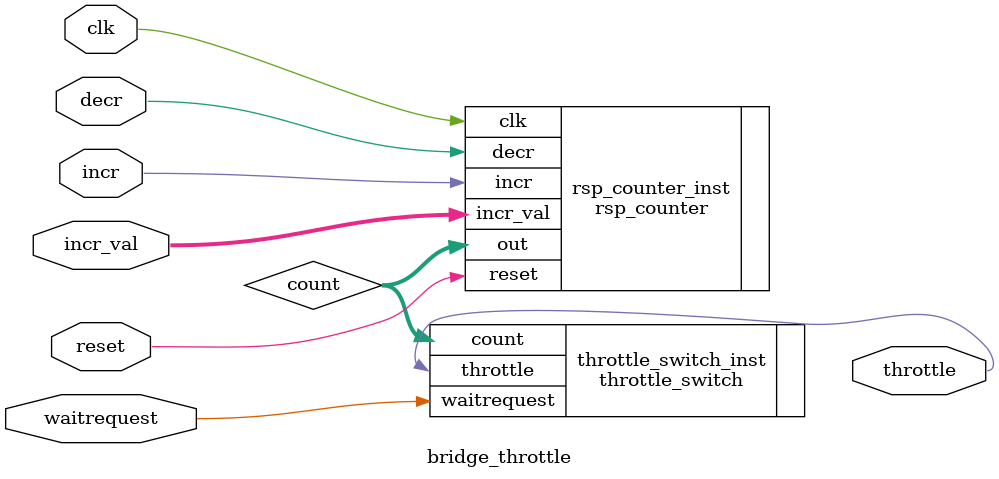
<source format=v>
`default_nettype none

module bridge_throttle 
#(
    parameter   THRESHOLD = 512,
                BITS      = 10
)(
    input wire            clk,
    input wire            reset,
    
    input wire            incr,
    input wire            decr,
    input wire [BITS-1:0] incr_val,

    input wire            waitrequest,

    output wire           throttle
);

    wire [BITS-1:0] count;

    rsp_counter 
    #(  
        .BITS       (BITS)
     ) 
    rsp_counter_inst 
    (
        .clk      (clk),
        .reset    (reset),
        .incr     (incr),
        .decr     (decr),
        .incr_val (incr_val),
        
        .out      (count)
    );

    throttle_switch 
    #(
        .THRESHOLD  (THRESHOLD),
        .BITS       (BITS)
     )
    throttle_switch_inst
    (
        .waitrequest (waitrequest),
        .count       (count),

        .throttle    (throttle)
    );

endmodule



</source>
